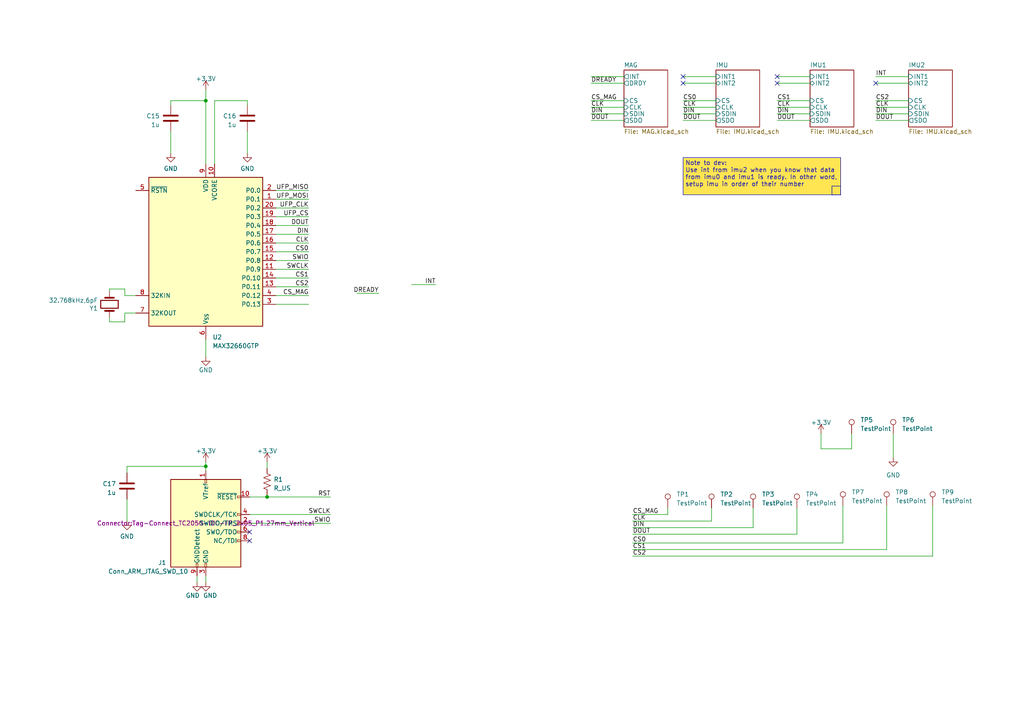
<source format=kicad_sch>
(kicad_sch (version 20230121) (generator eeschema)
  (paper "A4")
  (lib_symbols
    (symbol "Connector:Conn_ARM_JTAG_SWD_10" (pin_names (offset 1.016))
      (property "Reference" "J" (at -2.54 16.51 0))
      (property "Value" "Conn_ARM_JTAG_SWD_10" (at -2.54 13.97 0))
      (symbol "Conn_ARM_JTAG_SWD_10_0_1"
        (rectangle (start -10.16 12.7) (end 10.16 -12.7) (stroke (width 0.254)) (fill (type background)))
        (rectangle (start -2.794 -12.7) (end -2.286 -11.684))
        (rectangle (start -0.254 -12.7) (end 0.254 -11.684))
        (rectangle (start -0.254 12.7) (end 0.254 11.684))
        (rectangle (start 9.144 2.286) (end 10.16 2.794))
        (rectangle (start 10.16 -2.794) (end 9.144 -2.286))
        (rectangle (start 10.16 -0.254) (end 9.144 0.254))
        (rectangle (start 10.16 7.874) (end 9.144 7.366))
      )
      (symbol "Conn_ARM_JTAG_SWD_10_1_1"
        (rectangle (start 9.144 -5.334) (end 10.16 -4.826))
        (pin power_in line (at 0 15.24 270) (length 2.54) (name "VTref") (number "1"))
        (pin open_collector line (at 12.7 7.62 180) (length 2.54) (name "~{RESET}") (number "10"))
        (pin bidirectional line (at 12.7 0 180) (length 2.54) (name "SWDIO/TMS") (number "2"))
        (pin power_in line (at 0 -15.24 90) (length 2.54) (name "GND") (number "3"))
        (pin output line (at 12.7 2.54 180) (length 2.54) (name "SWDCLK/TCK") (number "4"))
        (pin passive line (at 0 -15.24 90) (length 2.54) hide (name "GND") (number "5"))
        (pin input line (at 12.7 -2.54 180) (length 2.54) (name "SWO/TDO") (number "6"))
        (pin no_connect line (at -10.16 0 0) (length 2.54) hide (name "KEY") (number "7"))
        (pin output line (at 12.7 -5.08 180) (length 2.54) (name "NC/TDI") (number "8"))
        (pin passive line (at -2.54 -15.24 90) (length 2.54) (name "GNDDetect") (number "9"))
      )
    )
    (symbol "Connector:TestPoint" (pin_numbers hide) (pin_names (offset 0.762) hide)
      (property "Reference" "TP" (at 0 6.858 0))
      (property "Value" "TestPoint" (at 0 5.08 0))
      (symbol "TestPoint_0_1"
        (circle (center 0 3.302) (radius 0.762))
      )
      (symbol "TestPoint_1_1"
        (pin passive line (at 0 0 90) (length 2.54) (name "1") (number "1"))
      )
    )
    (symbol "Device:C" (pin_numbers hide) (pin_names (offset 0.254))
      (property "Reference" "C" (at 0.635 2.54 0))
      (property "Value" "C" (at 0.635 -2.54 0))
      (symbol "C_0_1"
        (polyline (pts (xy -2.032 -0.762) (xy 2.032 -0.762)) (stroke (width 0.508)))
        (polyline (pts (xy -2.032 0.762) (xy 2.032 0.762)) (stroke (width 0.508)))
      )
      (symbol "C_1_1"
        (pin passive line (at 0 3.81 270) (length 2.794) (name "~") (number "1"))
        (pin passive line (at 0 -3.81 90) (length 2.794) (name "~") (number "2"))
      )
    )
    (symbol "Device:Crystal" (pin_numbers hide) (pin_names (offset 1.016) hide)
      (property "Reference" "Y" (at 0 3.81 0))
      (property "Value" "Crystal" (at 0 -3.81 0))
      (symbol "Crystal_0_1"
        (rectangle (start -1.143 2.54) (end 1.143 -2.54) (stroke (width 0.3048)))
        (polyline (pts (xy -2.54 0) (xy -1.905 0)))
        (polyline (pts (xy -1.905 -1.27) (xy -1.905 1.27)) (stroke (width 0.508)))
        (polyline (pts (xy 1.905 -1.27) (xy 1.905 1.27)) (stroke (width 0.508)))
        (polyline (pts (xy 2.54 0) (xy 1.905 0)))
      )
      (symbol "Crystal_1_1"
        (pin passive line (at -3.81 0 0) (length 1.27) (name "1") (number "1"))
        (pin passive line (at 3.81 0 180) (length 1.27) (name "2") (number "2"))
      )
    )
    (symbol "Device:R_US" (pin_numbers hide) (pin_names (offset 0))
      (property "Reference" "R" (at 2.54 0 90))
      (property "Value" "R_US" (at -2.54 0 90))
      (symbol "R_US_0_1"
        (polyline (pts (xy 0 -2.286) (xy 0 -2.54)))
        (polyline (pts (xy 0 2.286) (xy 0 2.54)))
        (polyline (pts (xy 0 -0.762) (xy 1.016 -1.143) (xy 0 -1.524) (xy -1.016 -1.905) (xy 0 -2.286)))
        (polyline (pts (xy 0 0.762) (xy 1.016 0.381) (xy 0 0) (xy -1.016 -0.381) (xy 0 -0.762)))
        (polyline (pts (xy 0 2.286) (xy 1.016 1.905) (xy 0 1.524) (xy -1.016 1.143) (xy 0 0.762)))
      )
      (symbol "R_US_1_1"
        (pin passive line (at 0 3.81 270) (length 1.27) (name "~") (number "1"))
        (pin passive line (at 0 -3.81 90) (length 1.27) (name "~") (number "2"))
      )
    )
    (symbol "MCU_AnalogDevices:MAX32660GTP"
      (property "Reference" "U" (at -16.51 25.4 0))
      (property "Value" "MAX32660GTP" (at -16.51 22.86 0))
      (symbol "MAX32660GTP_0_1"
        (rectangle (start -16.51 21.59) (end 16.51 -21.59) (stroke (width 0.254)) (fill (type background)))
      )
      (symbol "MAX32660GTP_1_1"
        (pin bidirectional line (at 20.32 15.24 180) (length 3.81) (name "P0.1") (number "1"))
        (pin passive line (at 2.54 25.4 270) (length 3.81) (name "VCORE") (number "10"))
        (pin bidirectional line (at 20.32 -5.08 180) (length 3.81) (name "P0.9") (number "11"))
        (pin bidirectional line (at 20.32 -2.54 180) (length 3.81) (name "P0.8") (number "12"))
        (pin bidirectional line (at 20.32 -10.16 180) (length 3.81) (name "P0.11") (number "13"))
        (pin bidirectional line (at 20.32 -7.62 180) (length 3.81) (name "P0.10") (number "14"))
        (pin bidirectional line (at 20.32 0 180) (length 3.81) (name "P0.7") (number "15"))
        (pin bidirectional line (at 20.32 2.54 180) (length 3.81) (name "P0.6") (number "16"))
        (pin bidirectional line (at 20.32 5.08 180) (length 3.81) (name "P0.5") (number "17"))
        (pin bidirectional line (at 20.32 7.62 180) (length 3.81) (name "P0.4") (number "18"))
        (pin bidirectional line (at 20.32 10.16 180) (length 3.81) (name "P0.3") (number "19"))
        (pin bidirectional line (at 20.32 17.78 180) (length 3.81) (name "P0.0") (number "2"))
        (pin bidirectional line (at 20.32 12.7 180) (length 3.81) (name "P0.2") (number "20"))
        (pin passive line (at 0 -25.4 90) (length 3.81) hide (name "V_{SS}") (number "21"))
        (pin bidirectional line (at 20.32 -15.24 180) (length 3.81) (name "P0.13") (number "3"))
        (pin bidirectional line (at 20.32 -12.7 180) (length 3.81) (name "P0.12") (number "4"))
        (pin input line (at -20.32 17.78 0) (length 3.81) (name "~{RSTN}") (number "5"))
        (pin power_in line (at 0 -25.4 90) (length 3.81) (name "V_{SS}") (number "6"))
        (pin output line (at -20.32 -17.78 0) (length 3.81) (name "32KOUT") (number "7"))
        (pin input line (at -20.32 -12.7 0) (length 3.81) (name "32KIN") (number "8"))
        (pin power_in line (at 0 25.4 270) (length 3.81) (name "VDD") (number "9"))
      )
    )
    (symbol "power:+3.3V" (power) (pin_names (offset 0))
      (property "Value" "+3.3V" (at 0 3.556 0))
      (symbol "+3.3V_0_1"
        (polyline (pts (xy -0.762 1.27) (xy 0 2.54)))
        (polyline (pts (xy 0 0) (xy 0 2.54)))
        (polyline (pts (xy 0 2.54) (xy 0.762 1.27)))
      )
      (symbol "+3.3V_1_1"
        (pin power_in line (at 0 0 90) (length 0) hide (name "+3.3V") (number "1"))
      )
    )
    (symbol "power:GND" (power) (pin_names (offset 0))
      (property "Value" "GND" (at 0 -3.81 0))
      (symbol "GND_0_1"
        (polyline (pts (xy 0 0) (xy 0 -1.27) (xy 1.27 -1.27) (xy 0 -2.54) (xy -1.27 -1.27) (xy 0 -1.27)))
      )
      (symbol "GND_1_1"
        (pin power_in line (at 0 0 270) (length 0) hide (name "GND") (number "1"))
      )
    )
  )
  (junction (at 59.69 29.21))
  (junction (at 77.47 144.145))
  (junction (at 59.69 135.255))
  (no_connect (at 225.425 22.225))
  (no_connect (at 72.39 156.845))
  (no_connect (at 198.12 24.13))
  (no_connect (at 254 24.13))
  (no_connect (at 198.12 22.225))
  (no_connect (at 72.39 154.305))
  (no_connect (at 225.425 24.13))
  (wire (pts (xy 198.12 22.225) (xy 207.645 22.225)))
  (wire (pts (xy 225.425 33.02) (xy 234.95 33.02)))
  (wire (pts (xy 225.425 34.925) (xy 234.95 34.925)))
  (wire (pts (xy 49.53 29.21) (xy 49.53 30.48)))
  (wire (pts (xy 198.12 34.925) (xy 207.645 34.925)))
  (wire (pts (xy 89.535 55.245) (xy 80.01 55.245)))
  (wire (pts (xy 247.015 125.73) (xy 247.015 130.175)))
  (wire (pts (xy 198.12 31.115) (xy 207.645 31.115)))
  (wire (pts (xy 89.535 75.565) (xy 80.01 75.565)))
  (wire (pts (xy 254 33.02) (xy 263.525 33.02)))
  (wire (pts (xy 72.39 144.145) (xy 77.47 144.145)))
  (wire (pts (xy 231.14 147.32) (xy 231.14 154.94)))
  (wire (pts (xy 72.39 151.765) (xy 95.885 151.765)))
  (wire (pts (xy 206.375 147.32) (xy 206.375 151.13)))
  (wire (pts (xy 36.83 151.13) (xy 36.83 144.78)))
  (wire (pts (xy 62.23 29.21) (xy 62.23 47.625)))
  (wire (pts (xy 36.195 85.725) (xy 36.195 83.82)))
  (wire (pts (xy 254 22.225) (xy 263.525 22.225)))
  (wire (pts (xy 109.855 85.09) (xy 103.505 85.09)))
  (wire (pts (xy 89.535 73.025) (xy 80.01 73.025)))
  (wire (pts (xy 59.69 26.035) (xy 59.69 29.21)))
  (wire (pts (xy 72.39 149.225) (xy 95.885 149.225)))
  (wire (pts (xy 171.45 29.21) (xy 180.975 29.21)))
  (wire (pts (xy 59.69 135.255) (xy 59.69 136.525)))
  (wire (pts (xy 89.535 65.405) (xy 80.01 65.405)))
  (wire (pts (xy 183.515 159.385) (xy 257.175 159.385)))
  (wire (pts (xy 36.195 90.805) (xy 39.37 90.805)))
  (wire (pts (xy 36.83 135.255) (xy 59.69 135.255)))
  (wire (pts (xy 198.12 29.21) (xy 207.645 29.21)))
  (wire (pts (xy 171.45 34.925) (xy 180.975 34.925)))
  (wire (pts (xy 247.015 130.175) (xy 238.125 130.175)))
  (wire (pts (xy 89.535 57.785) (xy 80.01 57.785)))
  (wire (pts (xy 183.515 161.29) (xy 270.51 161.29)))
  (wire (pts (xy 77.47 133.985) (xy 77.47 135.89)))
  (wire (pts (xy 89.535 83.185) (xy 80.01 83.185)))
  (wire (pts (xy 183.515 154.94) (xy 231.14 154.94)))
  (wire (pts (xy 36.195 93.345) (xy 36.195 90.805)))
  (wire (pts (xy 225.425 22.225) (xy 234.95 22.225)))
  (wire (pts (xy 89.535 67.945) (xy 80.01 67.945)))
  (wire (pts (xy 171.45 33.02) (xy 180.975 33.02)))
  (wire (pts (xy 89.535 60.325) (xy 80.01 60.325)))
  (wire (pts (xy 119.38 82.55) (xy 126.365 82.55)))
  (wire (pts (xy 244.475 146.685) (xy 244.475 157.48)))
  (wire (pts (xy 36.195 83.82) (xy 31.75 83.82)))
  (wire (pts (xy 71.755 44.45) (xy 71.755 38.1)))
  (wire (pts (xy 257.175 146.685) (xy 257.175 159.385)))
  (wire (pts (xy 77.47 144.145) (xy 77.47 143.51)))
  (wire (pts (xy 254 34.925) (xy 263.525 34.925)))
  (wire (pts (xy 259.08 132.715) (xy 259.08 125.73)))
  (wire (pts (xy 183.515 153.035) (xy 218.44 153.035)))
  (wire (pts (xy 59.69 133.985) (xy 59.69 135.255)))
  (polyline (pts (xy 243.84 54.61) (xy 243.84 56.515)))
  (wire (pts (xy 193.675 147.32) (xy 193.675 149.225)))
  (wire (pts (xy 80.01 80.645) (xy 89.535 80.645)))
  (wire (pts (xy 225.425 31.115) (xy 234.95 31.115)))
  (wire (pts (xy 183.515 157.48) (xy 244.475 157.48)))
  (polyline (pts (xy 241.3 53.975) (xy 241.3 56.515)))
  (wire (pts (xy 171.45 24.13) (xy 180.975 24.13)))
  (wire (pts (xy 171.45 22.225) (xy 180.975 22.225)))
  (wire (pts (xy 254 24.13) (xy 263.525 24.13)))
  (wire (pts (xy 59.69 103.505) (xy 59.69 98.425)))
  (wire (pts (xy 89.535 88.265) (xy 80.01 88.265)))
  (wire (pts (xy 49.53 44.45) (xy 49.53 38.1)))
  (wire (pts (xy 31.75 83.82) (xy 31.75 84.455)))
  (polyline (pts (xy 243.84 53.975) (xy 241.3 53.975)))
  (wire (pts (xy 31.75 93.345) (xy 36.195 93.345)))
  (wire (pts (xy 71.755 29.21) (xy 71.755 30.48)))
  (wire (pts (xy 254 29.21) (xy 263.525 29.21)))
  (wire (pts (xy 270.51 146.685) (xy 270.51 161.29)))
  (wire (pts (xy 39.37 85.725) (xy 36.195 85.725)))
  (wire (pts (xy 183.515 149.225) (xy 193.675 149.225)))
  (wire (pts (xy 77.47 144.145) (xy 95.885 144.145)))
  (wire (pts (xy 171.45 31.115) (xy 180.975 31.115)))
  (wire (pts (xy 225.425 29.21) (xy 234.95 29.21)))
  (wire (pts (xy 89.535 62.865) (xy 80.01 62.865)))
  (wire (pts (xy 31.75 92.075) (xy 31.75 93.345)))
  (wire (pts (xy 198.12 33.02) (xy 207.645 33.02)))
  (wire (pts (xy 183.515 151.13) (xy 206.375 151.13)))
  (wire (pts (xy 59.69 29.21) (xy 59.69 47.625)))
  (wire (pts (xy 238.125 130.175) (xy 238.125 125.73)))
  (wire (pts (xy 218.44 147.32) (xy 218.44 153.035)))
  (wire (pts (xy 254 31.115) (xy 263.525 31.115)))
  (wire (pts (xy 89.535 85.725) (xy 80.01 85.725)))
  (wire (pts (xy 225.425 24.13) (xy 234.95 24.13)))
  (wire (pts (xy 89.535 78.105) (xy 80.01 78.105)))
  (polyline (pts (xy 241.3 56.515) (xy 243.84 56.515)))
  (wire (pts (xy 57.15 168.91) (xy 57.15 167.005)))
  (wire (pts (xy 59.69 168.91) (xy 59.69 167.005)))
  (wire (pts (xy 49.53 29.21) (xy 59.69 29.21)))
  (wire (pts (xy 198.12 24.13) (xy 207.645 24.13)))
  (wire (pts (xy 36.83 135.255) (xy 36.83 137.16)))
  (wire (pts (xy 71.755 29.21) (xy 62.23 29.21)))
  (wire (pts (xy 89.535 70.485) (xy 80.01 70.485)))
  (rectangle (start 198.12 45.72) (end 243.84 56.515) (fill (type color) (color 255 229 81 1)))
  (text "Note to dev: \nUse int from imu2 when you know that data\nfrom imu0 and imu1 is ready. In other word,\nsetup imu in order of their number\n \n\n" (at 198.755 58.42 0) (effects (font (size 1.27 1.27)) (justify left bottom)))
  (label "DOUT" (at 171.45 34.925 0))
  (label "CS_MAG" (at 89.535 85.725 180))
  (label "DIN" (at 171.45 33.02 0))
  (label "CS2" (at 89.535 83.185 180))
  (label "CLK" (at 89.535 70.485 180))
  (label "DOUT" (at 254 34.925 0))
  (label "DOUT" (at 225.425 34.925 0))
  (label "UFP_MOSI" (at 89.535 57.785 180))
  (label "CLK" (at 171.45 31.115 0))
  (label "CS1" (at 183.515 159.385 0))
  (label "UFP_CS" (at 89.535 62.865 180))
  (label "DIN" (at 254 33.02 0))
  (label "CS0" (at 198.12 29.21 0))
  (label "RST" (at 95.885 144.145 180))
  (label "DIN" (at 225.425 33.02 0))
  (label "SWIO" (at 95.885 151.765 180))
  (label "CLK" (at 254 31.115 0))
  (label "CLK" (at 183.515 151.13 0))
  (label "SWCLK" (at 95.885 149.225 180))
  (label "DREADY" (at 109.855 85.09 180))
  (label "DIN" (at 198.12 33.02 0))
  (label "INT" (at 126.365 82.55 180))
  (label "CLK" (at 198.12 31.115 0))
  (label "CS1" (at 89.535 80.645 180))
  (label "UFP_MISO" (at 89.535 55.245 180))
  (label "CLK" (at 225.425 31.115 0))
  (label "DIN" (at 183.515 153.035 0))
  (label "CS_MAG" (at 171.45 29.21 0))
  (label "INT" (at 254 22.225 0))
  (label "CS2" (at 254 29.21 0))
  (label "UFP_CLK" (at 89.535 60.325 180))
  (label "DOUT" (at 183.515 154.94 0))
  (label "DOUT" (at 198.12 34.925 0))
  (label "SWCLK" (at 89.535 78.105 180))
  (label "SWIO" (at 89.535 75.565 180))
  (label "CS_MAG" (at 183.515 149.225 0))
  (label "DOUT" (at 89.535 65.405 180))
  (label "CS0" (at 89.535 73.025 180))
  (label "CS2" (at 183.515 161.29 0))
  (label "CS1" (at 225.425 29.21 0))
  (label "DREADY" (at 171.45 24.13 0))
  (label "DIN" (at 89.535 67.945 180))
  (label "CS0" (at 183.515 157.48 0))
  (symbol (lib_id "Device:C") (at 36.83 140.97 0) (mirror y) (unit 1)
    (property "Reference" "C17" (at 33.655 140.335 0) (effects (justify left)))
    (property "Value" "1u" (at 33.655 142.875 0) (effects (justify left)))
    (property "Footprint" "Capacitor_SMD:C_0603_1608Metric" (effects hide))
  )
  (symbol (lib_id "power:GND") (at 259.08 132.715 0) (unit 1)
    (property "Reference" "#PWR010" (effects hide))
    (property "Value" "GND" (at 259.08 137.795 0))
  )
  (symbol (lib_id "power:+3.3V") (at 59.69 26.035 0) (unit 1)
    (property "Reference" "#PWR011" (effects hide))
    (property "Value" "+3.3V" (at 59.69 22.86 0))
  )
  (symbol (lib_id "power:GND") (at 57.15 168.91 0) (unit 1)
    (property "Reference" "#PWR035" (effects hide))
    (property "Value" "GND" (at 55.88 172.72 0))
  )
  (symbol (lib_id "Connector:TestPoint") (at 259.08 125.73 0) (unit 1)
    (property "Reference" "TP6" (at 261.62 121.793 0) (effects (justify left)))
    (property "Value" "TestPoint" (at 261.62 124.333 0) (effects (justify left)))
    (property "Footprint" "TestPoint:TestPoint_Pad_D1.0mm" (effects hide))
  )
  (symbol (lib_id "Connector:Conn_ARM_JTAG_SWD_10") (at 59.69 151.765 0) (unit 1)
    (property "Reference" "J1" (at 48.26 163.195 0) (effects (justify right)))
    (property "Value" "Conn_ARM_JTAG_SWD_10" (at 54.61 165.735 0) (effects (justify right)))
    (property "Footprint" "Connector:Tag-Connect_TC2050-IDC-FP_2x05_P1.27mm_Vertical" (at 59.69 151.765 0))
    (property "Datasheet" "http://infocenter.arm.com/help/topic/com.arm.doc.ddi0314h/DDI0314H_coresight_components_trm.pdf" (effects hide))
  )
  (symbol (lib_id "Device:C") (at 49.53 34.29 0) (mirror y) (unit 1)
    (property "Reference" "C15" (at 46.355 33.655 0) (effects (justify left)))
    (property "Value" "1u" (at 46.355 36.195 0) (effects (justify left)))
    (property "Footprint" "Capacitor_SMD:C_0603_1608Metric" (effects hide))
  )
  (symbol (lib_id "Connector:TestPoint") (at 257.175 146.685 0) (unit 1)
    (property "Reference" "TP8" (at 259.715 142.748 0) (effects (justify left)))
    (property "Value" "TestPoint" (at 259.715 145.288 0) (effects (justify left)))
    (property "Footprint" "TestPoint:TestPoint_Pad_D1.0mm" (effects hide))
  )
  (symbol (lib_id "Connector:TestPoint") (at 244.475 146.685 0) (unit 1)
    (property "Reference" "TP7" (at 247.015 142.748 0) (effects (justify left)))
    (property "Value" "TestPoint" (at 247.015 145.288 0) (effects (justify left)))
    (property "Footprint" "TestPoint:TestPoint_Pad_D1.0mm" (effects hide))
  )
  (symbol (lib_id "Connector:TestPoint") (at 218.44 147.32 0) (unit 1)
    (property "Reference" "TP3" (at 220.98 143.383 0) (effects (justify left)))
    (property "Value" "TestPoint" (at 220.98 145.923 0) (effects (justify left)))
    (property "Footprint" "TestPoint:TestPoint_Pad_D1.0mm" (effects hide))
  )
  (symbol (lib_id "power:GND") (at 49.53 44.45 0) (mirror y) (unit 1)
    (property "Reference" "#PWR031" (effects hide))
    (property "Value" "GND" (at 49.53 48.895 0))
  )
  (symbol (lib_id "Connector:TestPoint") (at 206.375 147.32 0) (unit 1)
    (property "Reference" "TP2" (at 208.915 143.383 0) (effects (justify left)))
    (property "Value" "TestPoint" (at 208.915 145.923 0) (effects (justify left)))
    (property "Footprint" "TestPoint:TestPoint_Pad_D1.0mm" (effects hide))
  )
  (symbol (lib_id "Connector:TestPoint") (at 193.675 147.32 0) (unit 1)
    (property "Reference" "TP1" (at 196.215 143.383 0) (effects (justify left)))
    (property "Value" "TestPoint" (at 196.215 145.923 0) (effects (justify left)))
    (property "Footprint" "TestPoint:TestPoint_Pad_D1.0mm" (effects hide))
  )
  (symbol (lib_id "Connector:TestPoint") (at 270.51 146.685 0) (unit 1)
    (property "Reference" "TP9" (at 273.05 142.748 0) (effects (justify left)))
    (property "Value" "TestPoint" (at 273.05 145.288 0) (effects (justify left)))
    (property "Footprint" "TestPoint:TestPoint_Pad_D1.0mm" (effects hide))
  )
  (symbol (lib_id "power:+3.3V") (at 77.47 133.985 0) (unit 1)
    (property "Reference" "#PWR034" (effects hide))
    (property "Value" "+3.3V" (at 77.47 130.81 0))
  )
  (symbol (lib_id "Connector:TestPoint") (at 231.14 147.32 0) (unit 1)
    (property "Reference" "TP4" (at 233.68 143.383 0) (effects (justify left)))
    (property "Value" "TestPoint" (at 233.68 145.923 0) (effects (justify left)))
    (property "Footprint" "TestPoint:TestPoint_Pad_D1.0mm" (effects hide))
  )
  (symbol (lib_id "Device:R_US") (at 77.47 139.7 0) (unit 1)
    (property "Reference" "R1" (at 79.375 139.065 0) (effects (justify left)))
    (property "Value" "R_US" (at 79.375 141.605 0) (effects (justify left)))
  )
  (symbol (lib_id "power:+3.3V") (at 238.125 125.73 0) (unit 1)
    (property "Reference" "#PWR09" (effects hide))
    (property "Value" "+3.3V" (at 238.125 122.555 0))
  )
  (symbol (lib_id "power:GND") (at 59.69 168.91 0) (unit 1)
    (property "Reference" "#PWR036" (effects hide))
    (property "Value" "GND" (at 60.96 172.72 0))
  )
  (symbol (lib_id "Device:C") (at 71.755 34.29 0) (mirror y) (unit 1)
    (property "Reference" "C16" (at 68.58 33.655 0) (effects (justify left)))
    (property "Value" "1u" (at 68.58 36.195 0) (effects (justify left)))
    (property "Footprint" "Capacitor_SMD:C_0603_1608Metric" (effects hide))
  )
  (symbol (lib_id "Device:Crystal") (at 31.75 88.265 270) (unit 1)
    (property "Reference" "Y1" (at 28.4226 89.4334 90) (effects (justify right)))
    (property "Value" "32.768kHz,6pF" (at 28.4226 87.122 90) (effects (justify right)))
    (property "Footprint" "Crystal:Crystal_SMD_3215-2Pin_3.2x1.5mm" (effects hide))
  )
  (symbol (lib_id "power:GND") (at 36.83 151.13 0) (mirror y) (unit 1)
    (property "Reference" "#PWR037" (effects hide))
    (property "Value" "GND" (at 36.83 155.575 0))
  )
  (symbol (lib_id "Connector:TestPoint") (at 247.015 125.73 0) (unit 1)
    (property "Reference" "TP5" (at 249.555 121.793 0) (effects (justify left)))
    (property "Value" "TestPoint" (at 249.555 124.333 0) (effects (justify left)))
    (property "Footprint" "TestPoint:TestPoint_Pad_D1.0mm" (effects hide))
  )
  (symbol (lib_id "MCU_AnalogDevices:MAX32660GTP") (at 59.69 73.025 0) (unit 1)
    (property "Reference" "U2" (at 61.6459 97.79 0) (effects (justify left)))
    (property "Value" "MAX32660GTP" (at 61.6459 100.33 0) (effects (justify left)))
    (property "Footprint" "Package_DFN_QFN:TQFN-20-1EP_4x4mm_P0.5mm_EP2.7x2.7mm" (effects hide))
    (property "Datasheet" "https://www.analog.com/media/en/technical-documentation/data-sheets/max32660.pdf" (effects hide))
  )
  (symbol (lib_id "power:+3.3V") (at 59.69 133.985 0) (unit 1)
    (property "Reference" "#PWR033" (effects hide))
    (property "Value" "+3.3V" (at 59.69 130.81 0))
  )
  (symbol (lib_id "power:GND") (at 59.69 103.505 0) (unit 1)
    (property "Reference" "#PWR012" (effects hide))
    (property "Value" "GND" (at 59.69 107.315 0))
  )
  (symbol (lib_id "power:GND") (at 71.755 44.45 0) (mirror y) (unit 1)
    (property "Reference" "#PWR032" (effects hide))
    (property "Value" "GND" (at 71.755 48.895 0))
  )
  (sheet (at 263.525 20.32) (size 12.7 16.51) (stroke (width 0.1524))
    (property "Sheetname" "IMU2" (at 263.525 19.6084 0) (effects (justify left bottom)))
    (property "Sheetfile" "IMU.kicad_sch" (at 263.525 37.4146 0) (effects (justify left top)))
    (pin "CS" input (at 263.525 29.21 180))
    (pin "CLK" input (at 263.525 31.115 180))
    (pin "SDO" output (at 263.525 34.925 180))
    (pin "INT1" input (at 263.525 22.225 180))
    (pin "INT2" bidirectional (at 263.525 24.13 180))
    (pin "SDIN" input (at 263.525 33.02 180))
  )
  (sheet (at 180.975 20.32) (size 12.7 16.51) (stroke (width 0.1524))
    (property "Sheetname" "MAG" (at 180.975 19.6084 0) (effects (justify left bottom)))
    (property "Sheetfile" "MAG.kicad_sch" (at 180.975 37.4146 0) (effects (justify left top)))
    (pin "INT" output (at 180.975 22.225 180))
    (pin "DRDY" output (at 180.975 24.13 180))
    (pin "SDIN" input (at 180.975 33.02 180))
    (pin "CLK" input (at 180.975 31.115 180))
    (pin "CS" input (at 180.975 29.21 180))
    (pin "SDO" output (at 180.975 34.925 180))
  )
  (sheet (at 207.645 20.32) (size 12.7 16.51) (stroke (width 0.1524))
    (property "Sheetname" "IMU" (at 207.645 19.6084 0) (effects (justify left bottom)))
    (property "Sheetfile" "IMU.kicad_sch" (at 207.645 37.4146 0) (effects (justify left top)))
    (pin "CS" input (at 207.645 29.21 180))
    (pin "CLK" input (at 207.645 31.115 180))
    (pin "SDO" output (at 207.645 34.925 180))
    (pin "INT1" input (at 207.645 22.225 180))
    (pin "INT2" bidirectional (at 207.645 24.13 180))
    (pin "SDIN" input (at 207.645 33.02 180))
  )
  (sheet (at 234.95 20.32) (size 12.7 16.51) (stroke (width 0.1524))
    (property "Sheetname" "IMU1" (at 234.95 19.6084 0) (effects (justify left bottom)))
    (property "Sheetfile" "IMU.kicad_sch" (at 234.95 37.4146 0) (effects (justify left top)))
    (pin "CS" input (at 234.95 29.21 180))
    (pin "CLK" input (at 234.95 31.115 180))
    (pin "SDO" output (at 234.95 34.925 180))
    (pin "INT1" input (at 234.95 22.225 180))
    (pin "INT2" bidirectional (at 234.95 24.13 180))
    (pin "SDIN" input (at 234.95 33.02 180))
  )
)
</source>
